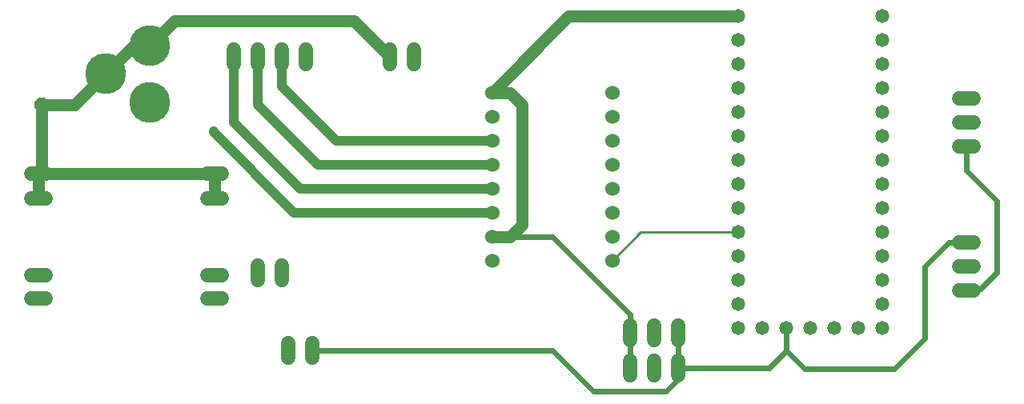
<source format=gbr>
G04 EAGLE Gerber RS-274X export*
G75*
%MOMM*%
%FSLAX34Y34*%
%LPD*%
%INBottom Copper*%
%IPPOS*%
%AMOC8*
5,1,8,0,0,1.08239X$1,22.5*%
G01*
G04 Define Apertures*
%ADD10C,1.524000*%
%ADD11C,1.473200*%
%ADD12C,1.508000*%
%ADD13C,1.524000*%
%ADD14C,4.318000*%
%ADD15P,1.64956X8X22.5*%
%ADD16C,1.270000*%
%ADD17C,0.609600*%
%ADD18C,1.056400*%
%ADD19C,1.016000*%
%ADD20C,0.254000*%
D10*
X1047750Y723900D03*
X1047750Y749300D03*
X1047750Y774700D03*
X1047750Y800100D03*
X1047750Y825500D03*
X1047750Y850900D03*
X1047750Y876300D03*
X1047750Y901700D03*
X920750Y901700D03*
X920750Y876300D03*
X920750Y850900D03*
X920750Y825500D03*
X920750Y800100D03*
X920750Y774700D03*
X920750Y749300D03*
X920750Y723900D03*
D11*
X1181100Y982474D03*
X1181100Y957074D03*
X1181100Y931674D03*
X1181100Y906274D03*
X1181100Y880874D03*
X1181100Y855474D03*
X1181100Y830074D03*
X1181100Y804674D03*
X1181100Y779274D03*
X1181100Y753874D03*
X1181100Y728474D03*
X1181100Y703074D03*
X1181100Y677674D03*
X1181100Y652274D03*
X1206500Y652274D03*
X1231900Y652274D03*
X1257300Y652274D03*
X1282700Y652274D03*
X1308100Y652274D03*
X1333500Y652274D03*
X1333500Y677674D03*
X1333500Y703074D03*
X1333500Y728474D03*
X1333500Y753874D03*
X1333500Y779274D03*
X1333500Y804674D03*
X1333500Y830074D03*
X1333500Y855474D03*
X1333500Y880874D03*
X1333500Y906274D03*
X1333500Y931674D03*
X1333500Y957074D03*
X1333500Y982474D03*
D12*
X448535Y815961D02*
X433455Y815961D01*
X619280Y815954D02*
X634360Y815954D01*
X448490Y789932D02*
X433410Y789932D01*
X619310Y790132D02*
X634390Y790132D01*
X448490Y708568D02*
X433410Y708568D01*
X619410Y708568D02*
X634490Y708568D01*
X448536Y683776D02*
X433456Y683776D01*
X619484Y684073D02*
X634564Y684073D01*
D13*
X698500Y703580D02*
X698500Y718820D01*
X673100Y718820D02*
X673100Y703580D01*
D14*
X558800Y891700D03*
X558800Y951700D03*
X511800Y921700D03*
D13*
X673100Y932180D02*
X673100Y947420D01*
X698500Y947420D02*
X698500Y932180D01*
X723900Y932180D02*
X723900Y947420D01*
X647700Y947420D02*
X647700Y932180D01*
X1414780Y692150D02*
X1430020Y692150D01*
X1430020Y717550D02*
X1414780Y717550D01*
X1414780Y742950D02*
X1430020Y742950D01*
X812800Y932180D02*
X812800Y947420D01*
X838200Y947420D02*
X838200Y932180D01*
D15*
X444500Y889000D03*
D13*
X1414780Y844550D02*
X1430020Y844550D01*
X1430020Y869950D02*
X1414780Y869950D01*
X1414780Y895350D02*
X1430020Y895350D01*
X704850Y636270D02*
X704850Y621030D01*
X730250Y621030D02*
X730250Y636270D01*
X1066800Y640080D02*
X1066800Y655320D01*
X1092200Y655320D02*
X1092200Y640080D01*
X1117600Y640080D02*
X1117600Y655320D01*
X1066800Y617982D02*
X1066800Y602742D01*
X1092200Y602742D02*
X1092200Y617982D01*
X1117600Y617982D02*
X1117600Y602742D01*
D16*
X558800Y951700D02*
X541800Y951700D01*
X511800Y921700D01*
X479100Y889000D01*
X444500Y889000D01*
X444500Y819466D01*
X440995Y815961D01*
X440995Y789977D01*
X440950Y789932D01*
X440995Y815961D02*
X626813Y815961D01*
X626820Y815954D01*
X626820Y790162D01*
X626850Y790132D01*
X812800Y939800D02*
X774700Y977900D01*
X585000Y977900D01*
X558800Y951700D01*
X920750Y901700D02*
X939800Y901700D01*
X952500Y889000D01*
X952500Y762000D01*
X939800Y749300D01*
X920750Y749300D01*
X920750Y901700D02*
X1001524Y982474D01*
X1181100Y982474D01*
D17*
X984250Y749300D02*
X920750Y749300D01*
X984250Y749300D02*
X1066800Y666750D01*
X1066800Y647700D01*
X1066800Y610362D01*
X1435100Y692150D02*
X1454150Y711200D01*
X1435100Y692150D02*
X1422400Y692150D01*
X1454150Y711200D02*
X1454150Y787400D01*
X1422400Y819150D01*
X1422400Y844550D01*
D18*
X625747Y860697D03*
D19*
X711200Y774700D02*
X920750Y774700D01*
X711200Y774700D02*
X625747Y860153D01*
X625747Y860697D01*
X755650Y850900D02*
X920750Y850900D01*
X755650Y850900D02*
X698500Y908050D01*
X698500Y939800D01*
X736600Y825500D02*
X920750Y825500D01*
X736600Y825500D02*
X673100Y889000D01*
X673100Y939800D01*
X717550Y800100D02*
X920750Y800100D01*
X717550Y800100D02*
X647700Y869950D01*
X647700Y939800D01*
D20*
X1047750Y723900D02*
X1077724Y753874D01*
X1181100Y753874D01*
D17*
X984250Y628650D02*
X730250Y628650D01*
X984250Y628650D02*
X1027430Y585470D01*
X1104900Y585470D01*
X1117600Y598170D01*
X1117600Y610362D01*
X1117600Y647700D01*
X1117600Y610362D02*
X1213612Y610362D01*
X1231900Y628650D01*
X1231900Y652274D01*
X1231900Y628650D02*
X1250950Y609600D01*
X1346200Y609600D01*
X1377950Y641350D01*
X1377950Y717550D01*
X1403350Y742950D01*
X1422400Y742950D01*
M02*

</source>
